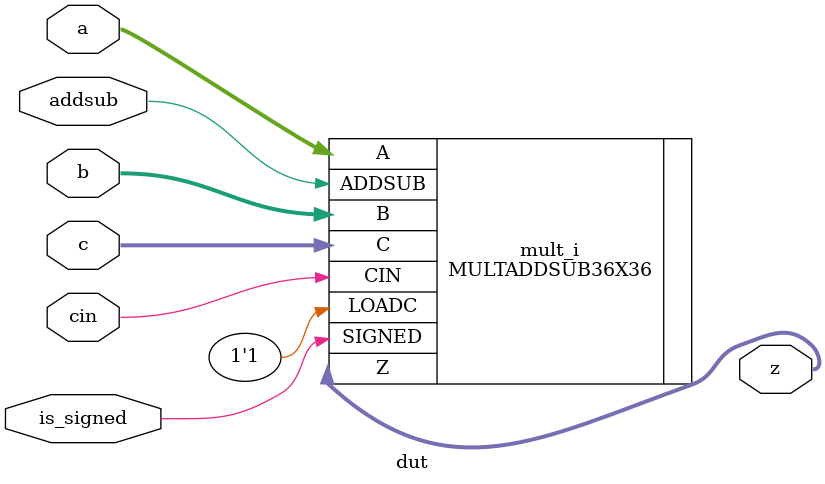
<source format=v>
module dut(
	input is_signed, addsub, cin,
	input [35:0] a, b,
	input [107:0] c,
	output [107:0] z
);

	MULTADDSUB36X36 #(
		.REGINPUTA("BYPASS"),
		.REGINPUTB("BYPASS"),
		.REGINPUTC("BYPASS"),
		.REGADDSUB("BYPASS"),
		.REGLOADC("BYPASS"),
		.REGLOADC2("BYPASS"),
		.REGCIN("BYPASS"),
		.REGPIPELINE("BYPASS"),
		.REGOUTPUT("BYPASS"),
		.GSR("DISABLED")
	) mult_i (
		.A(a),
		.B(b),
		.C(c),
		.SIGNED(is_signed),
		.ADDSUB(addsub),
		.LOADC(1'b1),
		.CIN(cin),
		.Z(z)
	);

endmodule

</source>
